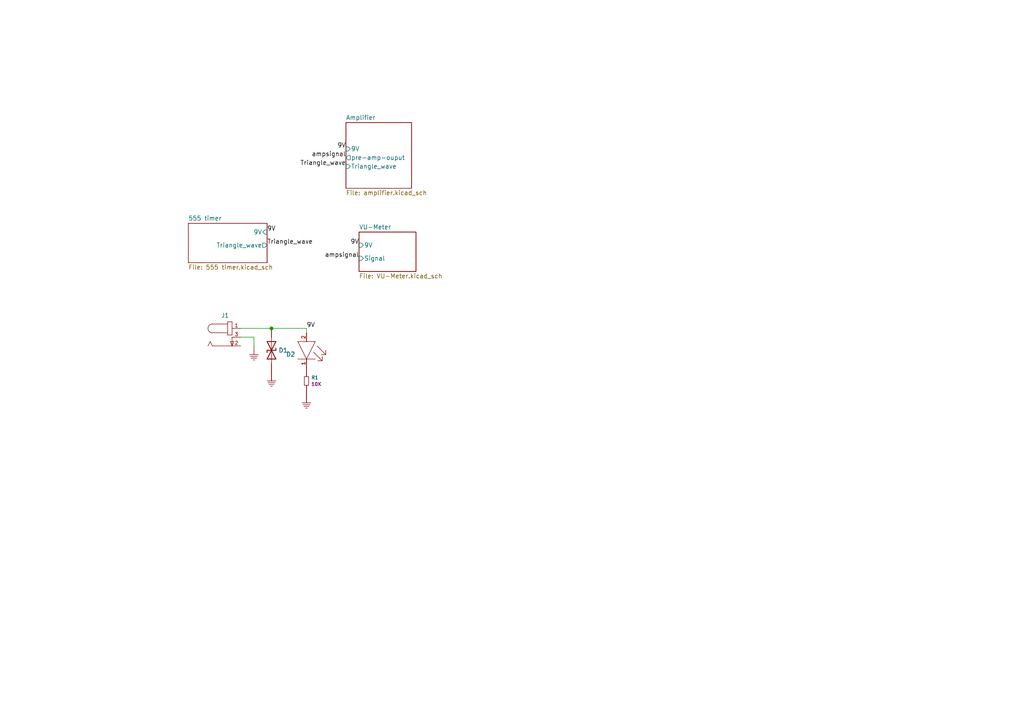
<source format=kicad_sch>
(kicad_sch (version 20211123) (generator eeschema)
  (paper "A4")
  (lib_symbols
    (symbol "Main_Library:D_RED_0603_Wurth_150060RS75000" (pin_names (offset 1.016))
      (property "Reference" "D" (at 0 10.16 0))
      (symbol "D_RED_0603_Wurth_150060RS75000_1_1"
        (polyline (pts (xy 5.08 -2.54) (xy 10.16 0)))
        (polyline (pts (xy 5.08 2.54) (xy 5.08 -2.54)))
        (polyline (pts (xy 5.08 2.54) (xy 10.16 0)))
        (polyline (pts (xy 6.35 3.048) (xy 8.89 5.588)))
        (polyline (pts (xy 8.128 2.032) (xy 10.668 4.572)))
        (polyline (pts (xy 8.89 5.588) (xy 7.62 5.588)))
        (polyline (pts (xy 8.89 5.588) (xy 8.89 4.318)))
        (polyline (pts (xy 10.16 2.54) (xy 10.16 -2.54)))
        (polyline (pts (xy 10.668 4.572) (xy 9.398 4.572)))
        (polyline (pts (xy 10.668 4.572) (xy 10.668 3.302)))
        (pin passive line (at 12.7 0 180) (length 2.54) (name "CATHODE") (number "1"))
        (pin passive line (at 2.54 0 0) (length 2.54) (name "ANODE") (number "2"))
      )
    )
    (symbol "Main_Library:D_SMCJ9.0CA_TVS" (pin_numbers hide) (pin_names (offset 1.016) hide)
      (property "Reference" "D" (at -7.62 2.413 0))
      (symbol "D_SMCJ9.0CA_TVS_0_0"
        (polyline (pts (xy -5.08 0) (xy 2.54 0)) (stroke (width 0.1524)))
        (polyline (pts (xy -3.81 -1.27) (xy -1.27 0)) (stroke (width 0.254)))
        (polyline (pts (xy -3.81 1.27) (xy -3.81 -1.27)) (stroke (width 0.254)))
        (polyline (pts (xy -1.905 1.27) (xy -1.27 1.27)) (stroke (width 0.254)))
        (polyline (pts (xy -1.27 -1.27) (xy -1.27 0)) (stroke (width 0.254)))
        (polyline (pts (xy -1.27 0) (xy -3.81 1.27)) (stroke (width 0.254)))
        (polyline (pts (xy -1.27 0) (xy -1.27 1.27)) (stroke (width 0.254)))
        (polyline (pts (xy -1.27 0) (xy 1.27 -1.27)) (stroke (width 0.254)))
        (polyline (pts (xy -0.635 -1.27) (xy -1.27 -1.27)) (stroke (width 0.254)))
        (polyline (pts (xy 1.27 -1.27) (xy 1.27 1.27)) (stroke (width 0.254)))
        (polyline (pts (xy 1.27 1.27) (xy -1.27 0)) (stroke (width 0.254)))
        (pin passive line (at -7.62 0 0) (length 2.54) (name "~") (number "1"))
        (pin passive line (at 5.08 0 180) (length 2.54) (name "~") (number "2"))
      )
    )
    (symbol "Main_Library:GND" (power) (pin_numbers hide) (pin_names (offset 0) hide)
      (symbol "GND_0_1"
        (polyline (pts (xy -1.27 -2.54) (xy 1.27 -2.54)))
        (polyline (pts (xy -1.016 -3.048) (xy 1.016 -3.048)))
        (polyline (pts (xy -0.762 -3.556) (xy 0.762 -3.556)))
        (polyline (pts (xy -0.254 -4.064) (xy 0.254 -4.064)))
      )
      (symbol "GND_1_1"
        (pin power_in line (at 0 0 270) (length 2.54) (name "GND") (number "1"))
      )
    )
    (symbol "Main_Library:J_Barreljack_3.5mm_Wurth_TH" (pin_names (offset 1.016) hide)
      (property "Reference" "J" (at -10.16 2.54 0))
      (symbol "J_Barreljack_3.5mm_Wurth_TH_0_0"
        (arc (start -8.255 1.27) (mid -9.525 0) (end -8.255 -1.27) (stroke (width 0.1524)))
        (polyline (pts (xy -8.89 -3.81) (xy -9.525 -5.08)) (stroke (width 0.1524)))
        (polyline (pts (xy -8.255 -5.08) (xy -8.89 -3.81)) (stroke (width 0.1524)))
        (polyline (pts (xy -8.255 1.27) (xy -3.81 1.27)) (stroke (width 0.1524)))
        (polyline (pts (xy -3.81 -1.905) (xy -2.54 -1.905)) (stroke (width 0.1524)))
        (polyline (pts (xy -3.81 -1.27) (xy -8.255 -1.27)) (stroke (width 0.1524)))
        (polyline (pts (xy -3.81 -1.27) (xy -3.81 -1.905)) (stroke (width 0.1524)))
        (polyline (pts (xy -3.81 1.27) (xy -3.81 -1.27)) (stroke (width 0.1524)))
        (polyline (pts (xy -3.81 1.905) (xy -3.81 1.27)) (stroke (width 0.1524)))
        (polyline (pts (xy -2.54 -5.08) (xy -8.255 -5.08)) (stroke (width 0.1524)))
        (polyline (pts (xy -2.54 -2.54) (xy -2.54 -5.08)) (stroke (width 0.1524)))
        (polyline (pts (xy -2.54 -1.905) (xy -2.54 1.905)) (stroke (width 0.1524)))
        (polyline (pts (xy -2.54 1.905) (xy -3.81 1.905)) (stroke (width 0.1524)))
        (polyline (pts (xy -2.54 -5.08) (xy -3.048 -3.81) (xy -2.032 -3.81) (xy -2.54 -5.08)) (stroke (width 0.1524)) (fill (type background)))
        (pin passive line (at 0 0 180) (length 2.54) (name "~") (number "1"))
        (pin passive line (at 0 -5.08 180) (length 2.54) (name "~") (number "2"))
        (pin passive line (at 0 -2.54 180) (length 2.54) (name "~") (number "3"))
      )
    )
    (symbol "Main_Library:R_10K_0603" (pin_numbers hide) (pin_names (offset 0))
      (property "Reference" "R" (at -1.27 3.81 0))
      (property "Waarde" "10K" (at -2.54 0 0))
      (symbol "R_10K_0603_1_1"
        (rectangle (start -0.635 1.27) (end 0.635 -1.27))
        (pin input line (at 0 3.81 270) (length 2.54) (name "~") (number "1"))
        (pin input line (at 0 -3.81 90) (length 2.54) (name "~") (number "2"))
      )
    )
  )
  (junction (at 78.74 95.25))
  (wire (pts (xy 73.66 97.79) (xy 73.66 100.33)))
  (wire (pts (xy 69.85 95.25) (xy 78.74 95.25)))
  (wire (pts (xy 69.85 97.79) (xy 73.66 97.79)))
  (wire (pts (xy 78.74 95.25) (xy 88.9 95.25)))
  (wire (pts (xy 88.9 95.25) (xy 88.9 96.52)))
  (label "9V" (at 100.33 43.18 180))
  (label "9V" (at 88.9 95.25 0))
  (label "Triangle_wave" (at 77.47 71.12 0))
  (label "Triangle_wave" (at 100.33 48.26 180))
  (label "9V" (at 77.47 67.31 0))
  (label "ampsignal" (at 100.33 45.72 180))
  (label "ampsignal" (at 104.14 74.93 180))
  (label "9V" (at 104.14 71.12 180))
  (symbol (lib_id "Main_Library:J_Barreljack_3.5mm_Wurth_TH") (at 69.85 95.25 0) (unit 1)
    (property "Reference" "J1" (at 65.278 91.4908 0))
    (property "Value" "J_Barreljack_3.5mm_Wurth_TH" (effects hide))
    (property "Footprint" "MAIN_PCB_LIB:J_Barreljack_3.5mm_Wurth" (effects hide))
    (property "Mouser" "710-694102303002" (effects hide))
  )
  (symbol (lib_id "Main_Library:GND") (at 73.66 100.33 0) (unit 1)
    (property "Reference" "#GND01" (effects hide))
    (property "Value" "GND" (effects hide))
  )
  (symbol (lib_id "Main_Library:D_SMCJ9.0CA_TVS") (at 78.74 102.87 270) (unit 1)
    (property "Reference" "D1" (at 80.772 101.6 90) (effects (justify left)))
    (property "Value" "D_SMCJ9.0CA_TVS" (effects hide))
    (property "Footprint" "MAIN_PCB_LIB:D_9V_TVS_SMCJ-Q" (effects hide))
    (property "Mouser" "576-SMCJ9.0CA" (effects hide))
    (property "MANUFACTURER" "Diodes Incorporated" (effects hide))
    (property "MAXIMUM_PACKAGE_HEIGHT" "2.62mm" (effects hide))
    (property "PARTREV" "11/20/15" (effects hide))
    (property "STANDARD" "IPC-7351B" (effects hide))
  )
  (symbol (lib_id "Main_Library:GND") (at 78.74 107.95 0) (unit 1)
    (property "Reference" "#GND02" (effects hide))
    (property "Value" "GND" (effects hide))
  )
  (symbol (lib_id "Main_Library:D_RED_0603_Wurth_150060RS75000") (at 88.9 93.98 270) (unit 1)
    (property "Reference" "D2" (at 85.6488 102.7684 90) (effects (justify right)))
    (property "Value" "D_RED_0603_Wurth_150060RS75000" (effects hide))
    (property "Footprint" "MAIN_PCB_LIB:D_RED_0603_Wurth" (effects hide))
    (property "Datasheet" "https://www.we-online.com/catalog/datasheet/150060RS75000.pdf" (effects hide))
    (property "Mouser" "710-150060RS75000" (effects hide))
  )
  (symbol (lib_id "Main_Library:GND") (at 88.9 114.3 0) (unit 1)
    (property "Reference" "#GND03" (effects hide))
    (property "Value" "GND" (effects hide))
  )
  (symbol (lib_id "Main_Library:R_10K_0603") (at 88.9 110.49 0) (unit 1)
    (property "Reference" "R1" (at 90.2462 109.5248 0) (effects (font (size 0.9906 0.9906)) (justify left)))
    (property "Value" "R_10K_0603" (effects hide))
    (property "Footprint" "MAIN_PCB_LIB:R_0603" (effects hide))
    (property "Waarde" "10K" (at 90.2462 111.4298 0) (effects (font (size 0.9906 0.9906)) (justify left)))
    (property "Mouser" "667-ERJ-UP3F1002V" (effects hide))
  )
  (sheet (at 100.33 35.56) (size 19.05 19.05)
    (property "Sheet name" "Amplifier" (at 100.33 34.8484 0) (effects (justify left bottom)))
    (property "Sheet file" "amplifier.kicad_sch" (at 100.33 55.1946 0) (effects (justify left top)))
    (pin "Triangle_wave" input (at 100.33 48.26 180))
    (pin "9V" input (at 100.33 43.18 180))
    (pin "pre-amp-ouput" output (at 100.33 45.72 180))
  )
  (sheet (at 54.61 64.77) (size 22.86 11.43)
    (property "Sheet name" "555 timer" (at 54.61 64.0584 0) (effects (justify left bottom)))
    (property "Sheet file" "555 timer.kicad_sch" (at 54.61 76.7846 0) (effects (justify left top)))
    (pin "Triangle_wave" output (at 77.47 71.12 0))
    (pin "9V" input (at 77.47 67.31 0))
  )
  (sheet (at 104.14 67.31) (size 16.51 11.43)
    (property "Sheet name" "VU-Meter" (at 104.14 66.5984 0) (effects (justify left bottom)))
    (property "Sheet file" "VU-Meter.kicad_sch" (at 104.14 79.3246 0) (effects (justify left top)))
    (pin "9V" input (at 104.14 71.12 180))
    (pin "Signal" input (at 104.14 74.93 180))
  )
)
</source>
